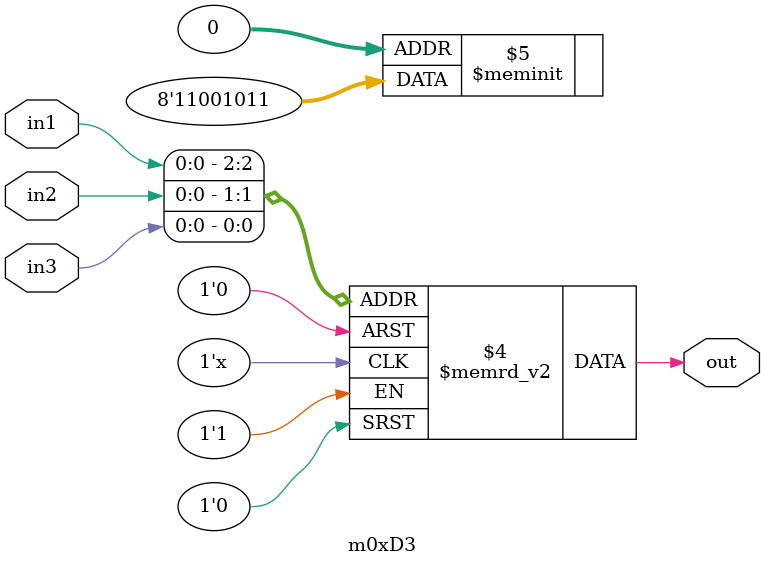
<source format=v>
module m0xD3(output out, input in1, in2, in3);

   always @(in1, in2, in3)
     begin
        case({in1, in2, in3})
          3'b000: {out} = 1'b1;
          3'b001: {out} = 1'b1;
          3'b010: {out} = 1'b0;
          3'b011: {out} = 1'b1;
          3'b100: {out} = 1'b0;
          3'b101: {out} = 1'b0;
          3'b110: {out} = 1'b1;
          3'b111: {out} = 1'b1;
        endcase // case ({in1, in2, in3})
     end // always @ (in1, in2, in3)

endmodule // m0xD3
</source>
